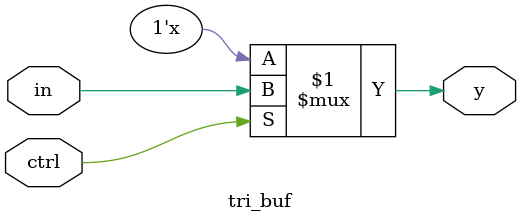
<source format=v>



module tri_buf(
    input in,
    input ctrl,
    output y
);

    assign y = ctrl ? in : 1'bz;

endmodule

</source>
